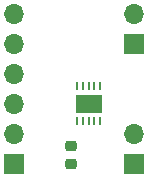
<source format=gbr>
G04 #@! TF.GenerationSoftware,KiCad,Pcbnew,(6.0.1)*
G04 #@! TF.CreationDate,2022-02-03T09:59:15-06:00*
G04 #@! TF.ProjectId,AD7156-Breakout,41443731-3536-42d4-9272-65616b6f7574,rev?*
G04 #@! TF.SameCoordinates,Original*
G04 #@! TF.FileFunction,Soldermask,Top*
G04 #@! TF.FilePolarity,Negative*
%FSLAX46Y46*%
G04 Gerber Fmt 4.6, Leading zero omitted, Abs format (unit mm)*
G04 Created by KiCad (PCBNEW (6.0.1)) date 2022-02-03 09:59:15*
%MOMM*%
%LPD*%
G01*
G04 APERTURE LIST*
G04 Aperture macros list*
%AMRoundRect*
0 Rectangle with rounded corners*
0 $1 Rounding radius*
0 $2 $3 $4 $5 $6 $7 $8 $9 X,Y pos of 4 corners*
0 Add a 4 corners polygon primitive as box body*
4,1,4,$2,$3,$4,$5,$6,$7,$8,$9,$2,$3,0*
0 Add four circle primitives for the rounded corners*
1,1,$1+$1,$2,$3*
1,1,$1+$1,$4,$5*
1,1,$1+$1,$6,$7*
1,1,$1+$1,$8,$9*
0 Add four rect primitives between the rounded corners*
20,1,$1+$1,$2,$3,$4,$5,0*
20,1,$1+$1,$4,$5,$6,$7,0*
20,1,$1+$1,$6,$7,$8,$9,0*
20,1,$1+$1,$8,$9,$2,$3,0*%
G04 Aperture macros list end*
%ADD10R,1.700000X1.700000*%
%ADD11O,1.700000X1.700000*%
%ADD12R,0.270000X0.760000*%
%ADD13R,2.300000X1.500000*%
%ADD14RoundRect,0.225000X0.250000X-0.225000X0.250000X0.225000X-0.250000X0.225000X-0.250000X-0.225000X0*%
G04 APERTURE END LIST*
D10*
G04 #@! TO.C,J2*
X157480000Y-99060000D03*
D11*
X157480000Y-96520000D03*
G04 #@! TD*
D10*
G04 #@! TO.C,J3*
X157480000Y-109220000D03*
D11*
X157480000Y-106680000D03*
G04 #@! TD*
D12*
G04 #@! TO.C,U1*
X152670000Y-105625000D03*
X153170000Y-105625000D03*
X153670000Y-105625000D03*
X154170000Y-105625000D03*
X154670000Y-105625000D03*
X154670000Y-102655000D03*
X154170000Y-102655000D03*
X153670000Y-102655000D03*
X153170000Y-102655000D03*
X152670000Y-102655000D03*
D13*
X153670000Y-104140000D03*
G04 #@! TD*
D14*
G04 #@! TO.C,C1*
X152146000Y-109246000D03*
X152146000Y-107696000D03*
G04 #@! TD*
D10*
G04 #@! TO.C,J1*
X147320000Y-109220000D03*
D11*
X147320000Y-106680000D03*
X147320000Y-104140000D03*
X147320000Y-101600000D03*
X147320000Y-99060000D03*
X147320000Y-96520000D03*
G04 #@! TD*
M02*

</source>
